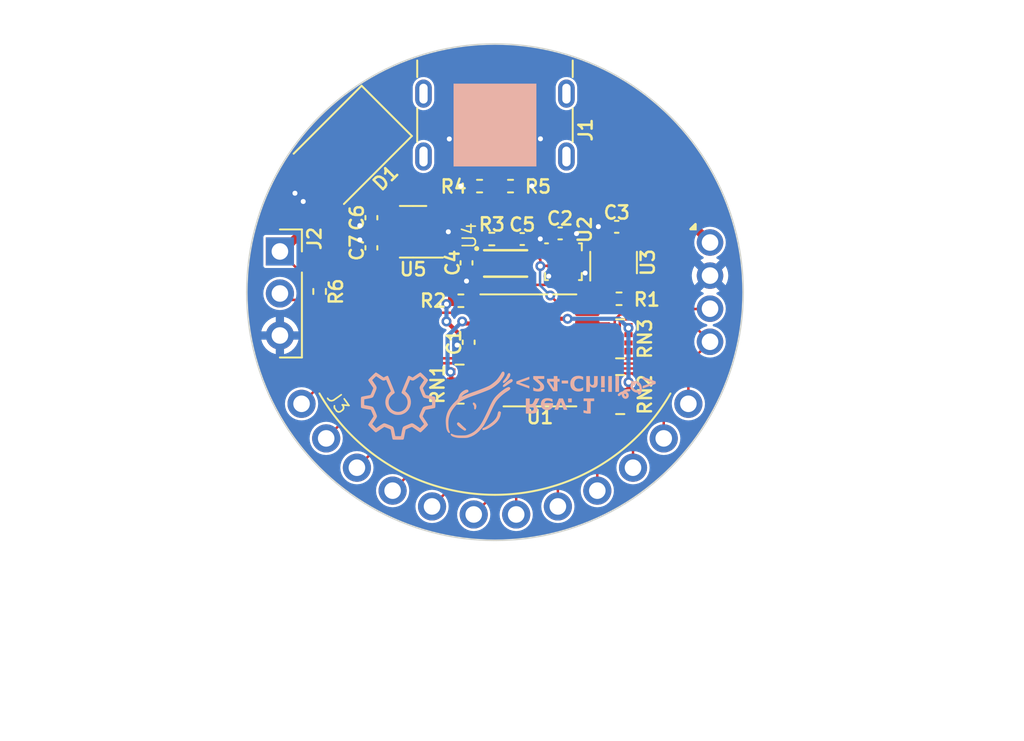
<source format=kicad_pcb>
(kicad_pcb (version 20221018) (generator pcbnew)
  (layers (0 "F.Cu" signal) (31 "B.Cu" signal) (34 "B.Paste" user) (35 "F.Paste" user) (36 "B.SilkS" user "B.Silkscreen") (37 "F.SilkS" user "F.Silkscreen") (38 "B.Mask" user) (39 "F.Mask" user) (44 "Edge.Cuts" user))
  (net 0 "")
  (net 1 "+3V3")
  (net 2 "GND")
  (net 3 "Net-(U4-DVI)")
  (net 4 "Net-(U5-BP)")
  (net 5 "+5V")
  (net 6 "Net-(J1-CC1)")
  (net 7 "Net-(J1-CC2)")
  (net 9 "/LED_OUT")
  (net 10 "/TOUCH_0")
  (net 11 "/TOUCH_1")
  (net 12 "/TOUCH_2")
  (net 13 "/TOUCH_3")
  (net 14 "/TOUCH_4")
  (net 15 "/TOUCH_5")
  (net 16 "/TOUCH_6")
  (net 17 "/TOUCH_7")
  (net 18 "/TOUCH_8")
  (net 19 "/TOUCH_9")
  (net 20 "/TOUCH_10")
  (net 21 "/SWCLK")
  (net 22 "/SWDIO")
  (net 23 "/SCL")
  (net 24 "/SDA")
  (net 25 "/TOUCH_OUT")
  (footprint "Capacitor_SMD:C_0402_1005Metric" (layer "F.Cu") (at 78.28 43.23 -90)
    (fp_text reference "C4" (at 0 0.84 90) (layer "F.SilkS") (effects (font (size 0.8 0.8))))
    (fp_text value "100n")
    (pad "1" smd roundrect (at -0.48 0 270) (size 0.56 0.62) (layers "F.Cu" "F.Paste" "F.Mask") (net 1 "+3V3"))
    (pad "2" smd roundrect (at 0.48 0 270) (size 0.56 0.62) (layers "F.Cu" "F.Paste" "F.Mask") (net 2 "GND"))
  )
  (footprint "Package_SO:TSSOP-20_4.4x6.5mm_P0.65mm" (layer "F.Cu") (at 82.72 48.52)
    (fp_text reference "U1" (at 0 4.04) (layer "F.SilkS") (effects (font (size 0.8 0.8))))
    (fp_text value "STM32G030F6Px")
    (pad "1" smd roundrect (at -2.8625 -2.925) (size 1.475 0.4) (layers "F.Cu" "F.Paste" "F.Mask") (net 24 "/SDA"))
    (pad "2" smd roundrect (at -2.8625 -2.275) (size 1.475 0.4) (layers "F.Cu" "F.Paste" "F.Mask") (net 9 "/LED_OUT"))
    (pad "3" smd roundrect (at -2.8625 -1.625) (size 1.475 0.4) (layers "F.Cu" "F.Paste" "F.Mask") (net 25 "/TOUCH_OUT"))
    (pad "4" smd roundrect (at -2.8625 -0.975) (size 1.475 0.4) (layers "F.Cu" "F.Paste" "F.Mask") (net 1 "+3V3"))
    (pad "5" smd roundrect (at -2.8625 -0.325) (size 1.475 0.4) (layers "F.Cu" "F.Paste" "F.Mask") (net 2 "GND"))
    (pad "6" smd roundrect (at -2.8625 0.325) (size 1.475 0.4) (layers "F.Cu" "F.Paste" "F.Mask"))
    (pad "7" smd roundrect (at -2.8625 0.975) (size 1.475 0.4) (layers "F.Cu" "F.Paste" "F.Mask") (net 10 "/TOUCH_0"))
    (pad "8" smd roundrect (at -2.8625 1.625) (size 1.475 0.4) (layers "F.Cu" "F.Paste" "F.Mask") (net 11 "/TOUCH_1"))
    (pad "9" smd roundrect (at -2.8625 2.275) (size 1.475 0.4) (layers "F.Cu" "F.Paste" "F.Mask") (net 12 "/TOUCH_2"))
    (pad "10" smd roundrect (at -2.8625 2.925) (size 1.475 0.4) (layers "F.Cu" "F.Paste" "F.Mask") (net 13 "/TOUCH_3"))
    (pad "11" smd roundrect (at 2.8625 2.925) (size 1.475 0.4) (layers "F.Cu" "F.Paste" "F.Mask") (net 14 "/TOUCH_4"))
    (pad "12" smd roundrect (at 2.8625 2.275) (size 1.475 0.4) (layers "F.Cu" "F.Paste" "F.Mask") (net 15 "/TOUCH_5"))
    (pad "13" smd roundrect (at 2.8625 1.625) (size 1.475 0.4) (layers "F.Cu" "F.Paste" "F.Mask") (net 16 "/TOUCH_6"))
    (pad "14" smd roundrect (at 2.8625 0.975) (size 1.475 0.4) (layers "F.Cu" "F.Paste" "F.Mask") (net 17 "/TOUCH_7"))
    (pad "15" smd roundrect (at 2.8625 0.325) (size 1.475 0.4) (layers "F.Cu" "F.Paste" "F.Mask") (net 18 "/TOUCH_8"))
    (pad "16" smd roundrect (at 2.8625 -0.325) (size 1.475 0.4) (layers "F.Cu" "F.Paste" "F.Mask") (net 19 "/TOUCH_9"))
    (pad "17" smd roundrect (at 2.8625 -0.975) (size 1.475 0.4) (layers "F.Cu" "F.Paste" "F.Mask") (net 20 "/TOUCH_10"))
    (pad "18" smd roundrect (at 2.8625 -1.625) (size 1.475 0.4) (layers "F.Cu" "F.Paste" "F.Mask") (net 22 "/SWDIO"))
    (pad "19" smd roundrect (at 2.8625 -2.275) (size 1.475 0.4) (layers "F.Cu" "F.Paste" "F.Mask") (net 21 "/SWCLK"))
    (pad "20" smd roundrect (at 2.8625 -2.925) (size 1.475 0.4) (layers "F.Cu" "F.Paste" "F.Mask") (net 23 "/SCL"))
  )
  (footprint "Resistor_SMD:R_0402_1005Metric" (layer "F.Cu") (at 77.94 45.52)
    (fp_text reference "R2" (at -1.68 0) (layer "F.SilkS") (effects (font (size 0.8 0.8))))
    (fp_text value "2.2k")
    (pad "1" smd roundrect (at -0.51 0) (size 0.54 0.64) (layers "F.Cu" "F.Paste" "F.Mask") (net 1 "+3V3"))
    (pad "2" smd roundrect (at 0.51 0) (size 0.54 0.64) (layers "F.Cu" "F.Paste" "F.Mask") (net 24 "/SDA"))
  )
  (footprint "Resistor_SMD:R_Array_Convex_4x0402" (layer "F.Cu") (at 87.57 51.19 180)
    (fp_text reference "RN2" (at -1.5 0 90) (layer "F.SilkS") (effects (font (size 0.8 0.8))))
    (fp_text value "1M")
    (pad "1" smd rect (at -0.5 -0.75 180) (size 0.5 0.4) (layers "F.Cu" "F.Paste" "F.Mask") (net 25 "/TOUCH_OUT"))
    (pad "2" smd rect (at -0.5 -0.25 180) (size 0.5 0.3) (layers "F.Cu" "F.Paste" "F.Mask") (net 25 "/TOUCH_OUT"))
    (pad "3" smd rect (at -0.5 0.25 180) (size 0.5 0.3) (layers "F.Cu" "F.Paste" "F.Mask") (net 25 "/TOUCH_OUT"))
    (pad "4" smd rect (at -0.5 0.75 180) (size 0.5 0.4) (layers "F.Cu" "F.Paste" "F.Mask") (net 25 "/TOUCH_OUT"))
    (pad "5" smd rect (at 0.5 0.75 180) (size 0.5 0.4) (layers "F.Cu" "F.Paste" "F.Mask") (net 17 "/TOUCH_7"))
    (pad "6" smd rect (at 0.5 0.25 180) (size 0.5 0.3) (layers "F.Cu" "F.Paste" "F.Mask") (net 16 "/TOUCH_6"))
    (pad "7" smd rect (at 0.5 -0.25 180) (size 0.5 0.3) (layers "F.Cu" "F.Paste" "F.Mask") (net 15 "/TOUCH_5"))
    (pad "8" smd rect (at 0.5 -0.75 180) (size 0.5 0.4) (layers "F.Cu" "F.Paste" "F.Mask") (net 14 "/TOUCH_4"))
  )
  (footprint "Capacitor_SMD:C_0402_1005Metric" (layer "F.Cu") (at 81.65 41.79)
    (fp_text reference "C5" (at 0 -0.87) (layer "F.SilkS") (effects (font (size 0.8 0.8))))
    (fp_text value "1u")
    (pad "1" smd roundrect (at -0.48 0) (size 0.56 0.62) (layers "F.Cu" "F.Paste" "F.Mask") (net 3 "Net-(U4-DVI)"))
    (pad "2" smd roundrect (at 0.48 0) (size 0.56 0.62) (layers "F.Cu" "F.Paste" "F.Mask") (net 2 "GND"))
  )
  (footprint "Resistor_SMD:R_Array_Convex_4x0402" (layer "F.Cu") (at 77.86 50.56)
    (fp_text reference "RN1" (at -1.33 0 90) (layer "F.SilkS") (effects (font (size 0.8 0.8))))
    (fp_text value "1M")
    (pad "1" smd rect (at -0.5 -0.75) (size 0.5 0.4) (layers "F.Cu" "F.Paste" "F.Mask") (net 25 "/TOUCH_OUT"))
    (pad "2" smd rect (at -0.5 -0.25) (size 0.5 0.3) (layers "F.Cu" "F.Paste" "F.Mask") (net 25 "/TOUCH_OUT"))
    (pad "3" smd rect (at -0.5 0.25) (size 0.5 0.3) (layers "F.Cu" "F.Paste" "F.Mask") (net 25 "/TOUCH_OUT"))
    (pad "4" smd rect (at -0.5 0.75) (size 0.5 0.4) (layers "F.Cu" "F.Paste" "F.Mask") (net 25 "/TOUCH_OUT"))
    (pad "5" smd rect (at 0.5 0.75) (size 0.5 0.4) (layers "F.Cu" "F.Paste" "F.Mask") (net 13 "/TOUCH_3"))
    (pad "6" smd rect (at 0.5 0.25) (size 0.5 0.3) (layers "F.Cu" "F.Paste" "F.Mask") (net 12 "/TOUCH_2"))
    (pad "7" smd rect (at 0.5 -0.25) (size 0.5 0.3) (layers "F.Cu" "F.Paste" "F.Mask") (net 11 "/TOUCH_1"))
    (pad "8" smd rect (at 0.5 -0.75) (size 0.5 0.4) (layers "F.Cu" "F.Paste" "F.Mask") (net 10 "/TOUCH_0"))
  )
  (footprint "Capacitor_SMD:C_0402_1005Metric" (layer "F.Cu") (at 87.36 41.05 180)
    (fp_text reference "C3" (at 0 0.86) (layer "F.SilkS") (effects (font (size 0.8 0.8))))
    (fp_text value "100n")
    (pad "1" smd roundrect (at -0.48 0 180) (size 0.56 0.62) (layers "F.Cu" "F.Paste" "F.Mask") (net 1 "+3V3"))
    (pad "2" smd roundrect (at 0.48 0 180) (size 0.56 0.62) (layers "F.Cu" "F.Paste" "F.Mask") (net 2 "GND"))
  )
  (footprint "Resistor_SMD:R_0402_1005Metric" (layer "F.Cu") (at 79.07 38.59 180)
    (fp_text reference "R4" (at 1.57 -0.03) (layer "F.SilkS") (effects (font (size 0.8 0.8))))
    (fp_text value "5.1k")
    (pad "1" smd roundrect (at -0.51 0 180) (size 0.54 0.64) (layers "F.Cu" "F.Paste" "F.Mask") (net 7 "Net-(J1-CC2)"))
    (pad "2" smd roundrect (at 0.51 0 180) (size 0.54 0.64) (layers "F.Cu" "F.Paste" "F.Mask") (net 2 "GND"))
  )
  (footprint "Package_TO_SOT_SMD:SOT-23-5" (layer "F.Cu") (at 75.05 41.35 180)
    (fp_text reference "U5" (at 0 -2.27) (layer "F.SilkS") (effects (font (size 0.8 0.8))))
    (fp_text value "SPX3819M5-L-3-3")
    (pad "1" smd roundrect (at -1.1375 -0.95 180) (size 1.325 0.6) (layers "F.Cu" "F.Paste" "F.Mask") (net 5 "+5V"))
    (pad "2" smd roundrect (at -1.1375 0 180) (size 1.325 0.6) (layers "F.Cu" "F.Paste" "F.Mask") (net 2 "GND"))
    (pad "3" smd roundrect (at -1.1375 0.95 180) (size 1.325 0.6) (layers "F.Cu" "F.Paste" "F.Mask") (net 5 "+5V"))
    (pad "4" smd roundrect (at 1.1375 0.95 180) (size 1.325 0.6) (layers "F.Cu" "F.Paste" "F.Mask") (net 4 "Net-(U5-BP)"))
    (pad "5" smd roundrect (at 1.1375 -0.95 180) (size 1.325 0.6) (layers "F.Cu" "F.Paste" "F.Mask") (net 1 "+3V3"))
  )
  (footprint "Sensor_Humidity:Sensirion_DFN-8-1EP_2.5x2.5mm_P0.5mm_EP1.1x1.7mm" (layer "F.Cu") (at 87.17 43.21 90)
    (fp_text reference "U3" (at 0 2.07 90) (layer "F.SilkS") (effects (font (size 0.8 0.8))))
    (fp_text value "SHT30-DIS")
    (pad "1" smd rect (at -1.175 -0.75 90) (size 0.55 0.25) (layers "F.Cu" "F.Paste" "F.Mask") (net 24 "/SDA"))
    (pad "2" smd rect (at -1.175 -0.25 90) (size 0.55 0.25) (layers "F.Cu" "F.Paste" "F.Mask") (net 2 "GND"))
    (pad "3" smd rect (at -1.175 0.25 90) (size 0.55 0.25) (layers "F.Cu" "F.Paste" "F.Mask"))
    (pad "4" smd rect (at -1.175 0.75 270) (size 0.55 0.25) (layers "F.Cu" "F.Paste" "F.Mask") (net 23 "/SCL"))
    (pad "5" smd rect (at 1.175 0.75 90) (size 0.55 0.25) (layers "F.Cu" "F.Paste" "F.Mask") (net 1 "+3V3"))
    (pad "6" smd rect (at 1.175 0.25 90) (size 0.55 0.25) (layers "F.Cu" "F.Paste" "F.Mask"))
    (pad "7" smd rect (at 1.175 -0.25 90) (size 0.55 0.25) (layers "F.Cu" "F.Paste" "F.Mask") (net 2 "GND"))
    (pad "8" smd rect (at 1.175 -0.75 90) (size 0.55 0.25) (layers "F.Cu" "F.Paste" "F.Mask") (net 2 "GND"))
    (pad "9" smd custom (at 0 0 90) (size 1 1) (layers "F.Cu" "F.Mask") (net 2 "GND") (options (clearance outline) (anchor circle)) (primitives (gr_poly (pts (xy 0.5 0.85) (xy -0.5 0.85) (xy -0.5 -0.55) (xy -0.2 -0.85) (xy 0.5 -0.85)) (width 0) (fill yes))))
  )
  (footprint "Mushroom_footprints:Arc_Pins_12" (layer "F.Cu") (at 80 45 180)
    (fp_text reference "J3" (at 9.49 -6.67 305.45 unlocked) (layer "F.SilkS") (effects (font (size 0.8 0.8) (thickness 0.1))))
    (fp_text value "Conn_01x12")
    (pad "1" thru_hole circle (at 11.691343 -6.75 180) (size 1.7 1.7) (drill 1) (layers "*.Cu" "*.Mask") (net 10 "/TOUCH_0"))
    (pad "2" thru_hole circle (at 10.202619 -8.84062 180) (size 1.7 1.7) (drill 1) (layers "*.Cu" "*.Mask") (net 11 "/TOUCH_1"))
    (pad "3" thru_hole circle (at 8.345146 -10.611717 180) (size 1.7 1.7) (drill 1) (layers "*.Cu" "*.Mask") (net 12 "/TOUCH_2"))
    (pad "4" thru_hole circle (at 6.186058 -11.999279 180) (size 1.7 1.7) (drill 1) (layers "*.Cu" "*.Mask") (net 13 "/TOUCH_3"))
    (pad "5" thru_hole circle (at 3.80339 -12.953155 180) (size 1.7 1.7) (drill 1) (layers "*.Cu" "*.Mask") (net 14 "/TOUCH_4"))
    (pad "6" thru_hole circle (at 1.283257 -13.438871 180) (size 1.7 1.7) (drill 1) (layers "*.Cu" "*.Mask") (net 15 "/TOUCH_5"))
    (pad "7" thru_hole circle (at -1.283257 -13.438871 180) (size 1.7 1.7) (drill 1) (layers "*.Cu" "*.Mask") (net 16 "/TOUCH_6"))
    (pad "8" thru_hole circle (at -3.80339 -12.953155 180) (size 1.7 1.7) (drill 1) (layers "*.Cu" "*.Mask") (net 17 "/TOUCH_7"))
    (pad "9" thru_hole circle (at -6.186058 -11.999279 180) (size 1.7 1.7) (drill 1) (layers "*.Cu" "*.Mask") (net 18 "/TOUCH_8"))
    (pad "10" thru_hole circle (at -8.345146 -10.611717 180) (size 1.7 1.7) (drill 1) (layers "*.Cu" "*.Mask") (net 19 "/TOUCH_9"))
    (pad "11" thru_hole circle (at -10.202619 -8.84062 180) (size 1.7 1.7) (drill 1) (layers "*.Cu" "*.Mask") (net 20 "/TOUCH_10"))
    (pad "12" thru_hole circle (at -11.691343 -6.75 180) (size 1.7 1.7) (drill 1) (layers "*.Cu" "*.Mask") (net 22 "/SWDIO"))
  )
  (footprint "BH1750FVI-TR:WSOF6" (layer "F.Cu") (at 80.645 43.265)
    (fp_text reference "U4" (at -2.195 -1.685 90) (layer "F.SilkS") (effects (font (size 0.8 0.8) (thickness 0.1))))
    (fp_text value "BH1750FVI-TR" hide)
    (pad "1" smd rect (at -1.375 -0.5 90) (size 0.25 0.55) (layers "F.Cu" "F.Paste" "F.Mask") (net 1 "+3V3"))
    (pad "2" smd rect (at -1.375 0 90) (size 0.25 0.55) (layers "F.Cu" "F.Paste" "F.Mask") (net 2 "GND"))
    (pad "3" smd rect (at -1.375 0.5 90) (size 0.25 0.55) (layers "F.Cu" "F.Paste" "F.Mask") (net 2 "GND"))
    (pad "4" smd rect (at 1.375 0.5 90) (size 0.25 0.55) (layers "F.Cu" "F.Paste" "F.Mask") (net 24 "/SDA"))
    (pad "5" smd rect (at 1.375 0 90) (size 0.25 0.55) (layers "F.Cu" "F.Paste" "F.Mask") (net 3 "Net-(U4-DVI)"))
    (pad "6" smd rect (at 1.375 -0.5 90) (size 0.25 0.55) (layers "F.Cu" "F.Paste" "F.Mask") (net 23 "/SCL"))
  )
  (footprint "Mushroom_footprints:TestPoints_1x04_P2.0" (layer "F.Cu") (at 93 45 -90)
    (fp_text reference "J4" hide)
    (fp_text value "Conn_01x04")
    (pad "1" thru_hole circle (at -3 0 270) (size 1.6 1.6) (drill 1) (layers "*.Cu" "*.Mask") (net 5 "+5V"))
    (pad "2" thru_hole circle (at -1 0 270) (size 1.6 1.6) (drill 1) (layers "*.Cu" "*.Mask") (net 2 "GND"))
    (pad "3" thru_hole circle (at 1 0 270) (size 1.6 1.6) (drill 1) (layers "*.Cu" "*.Mask") (net 21 "/SWCLK"))
    (pad "4" thru_hole circle (at 3 0 270) (size 1.6 1.6) (drill 1) (layers "*.Cu" "*.Mask") (net 22 "/SWDIO"))
  )
  (footprint "Capacitor_SMD:C_0402_1005Metric" (layer "F.Cu") (at 83.94 41.45)
    (fp_text reference "C2" (at -0.01 -0.9) (layer "F.SilkS") (effects (font (size 0.8 0.8))))
    (fp_text value "100n")
    (pad "1" smd roundrect (at -0.48 0) (size 0.56 0.62) (layers "F.Cu" "F.Paste" "F.Mask") (net 1 "+3V3"))
    (pad "2" smd roundrect (at 0.48 0) (size 0.56 0.62) (layers "F.Cu" "F.Paste" "F.Mask") (net 2 "GND"))
  )
  (footprint "Resistor_SMD:R_0402_1005Metric" (layer "F.Cu") (at 87.5 45.4 180)
    (fp_text reference "R1" (at -1.68 -0.05) (layer "F.SilkS") (effects (font (size 0.8 0.8))))
    (fp_text value "2.2k")
    (pad "1" smd roundrect (at -0.51 0 180) (size 0.54 0.64) (layers "F.Cu" "F.Paste" "F.Mask") (net 1 "+3V3"))
    (pad "2" smd roundrect (at 0.51 0 180) (size 0.54 0.64) (layers "F.Cu" "F.Paste" "F.Mask") (net 23 "/SCL"))
  )
  (footprint "Capacitor_SMD:C_0402_1005Metric" (layer "F.Cu") (at 72.53 42.32 90)
    (fp_text reference "C7" (at 0 -0.88 90) (layer "F.SilkS") (effects (font (size 0.8 0.8))))
    (fp_text value "4.7u")
    (pad "1" smd roundrect (at -0.48 0 90) (size 0.56 0.62) (layers "F.Cu" "F.Paste" "F.Mask") (net 1 "+3V3"))
    (pad "2" smd roundrect (at 0.48 0 90) (size 0.56 0.62) (layers "F.Cu" "F.Paste" "F.Mask") (net 2 "GND"))
  )
  (footprint "Resistor_SMD:R_0402_1005Metric" (layer "F.Cu") (at 80.94 38.59)
    (fp_text reference "R5" (at 1.66 0.03) (layer "F.SilkS") (effects (font (size 0.8 0.8))))
    (fp_text value "5.1k")
    (pad "1" smd roundrect (at -0.51 0) (size 0.54 0.64) (layers "F.Cu" "F.Paste" "F.Mask") (net 6 "Net-(J1-CC1)"))
    (pad "2" smd roundrect (at 0.51 0) (size 0.54 0.64) (layers "F.Cu" "F.Paste" "F.Mask") (net 2 "GND"))
  )
  (footprint "Capacitor_SMD:C_0402_1005Metric" (layer "F.Cu") (at 78.41 48.03 -90)
    (fp_text reference "C1" (at 0 0.88 90) (layer "F.SilkS") (effects (font (size 0.8 0.8))))
    (fp_text value "100n")
    (pad "1" smd roundrect (at -0.48 0 270) (size 0.56 0.62) (layers "F.Cu" "F.Paste" "F.Mask") (net 1 "+3V3"))
    (pad "2" smd roundrect (at 0.48 0 270) (size 0.56 0.62) (layers "F.Cu" "F.Paste" "F.Mask") (net 2 "GND"))
  )
  (footprint "Resistor_SMD:R_0402_1005Metric" (layer "F.Cu") (at 69.4 44.96 -90)
    (fp_text reference "R6" (at 0.01 -0.99 90) (layer "F.SilkS") (effects (font (size 0.8 0.8))))
    (fp_text value "1.5k")
    (pad "1" smd roundrect (at -0.51 0 270) (size 0.54 0.64) (layers "F.Cu" "F.Paste" "F.Mask") (net 5 "+5V"))
    (pad "2" smd roundrect (at 0.51 0 270) (size 0.54 0.64) (layers "F.Cu" "F.Paste" "F.Mask") (net 9 "/LED_OUT"))
  )
  (footprint "Mushroom_footprints:USB_C_Receptacle" (layer "F.Cu") (at 80 34 180)
    (fp_text reference "J1" (at -5.48 -1.19 90) (layer "F.SilkS") (effects (font (size 0.8 0.8))))
    (fp_text value "USB_C_Receptacle_PowerOnly_6P")
    (pad "A5" smd rect (at -0.5 -2.9 180) (size 0.7 1.6) (layers "F.Cu" "F.Paste" "F.Mask") (net 6 "Net-(J1-CC1)"))
    (pad "A9" smd rect (at 1.57 -2.9 180) (size 0.8 1.6) (layers "F.Cu" "F.Paste" "F.Mask") (net 5 "+5V"))
    (pad "A12" smd rect (at 2.75 -2.9 180) (size 0.9 1.6) (layers "F.Cu" "F.Paste" "F.Mask") (net 2 "GND"))
    (pad "B5" smd rect (at 0.5 -2.9 180) (size 0.7 1.6) (layers "F.Cu" "F.Paste" "F.Mask") (net 7 "Net-(J1-CC2)"))
    (pad "B9" smd rect (at -1.57 -2.9 180) (size 0.8 1.6) (layers "F.Cu" "F.Paste" "F.Mask") (net 5 "+5V"))
    (pad "B12" smd rect (at -2.75 -2.9 180) (size 0.9 1.6) (layers "F.Cu" "F.Paste" "F.Mask") (net 2 "GND"))
    (pad "S1" thru_hole oval (at -4.32 -2.8 180) (size 1 1.7) (drill oval 0.5 1.2) (layers "*.Cu" "*.Mask"))
    (pad "S2" thru_hole oval (at 4.32 -2.8 180) (size 1 1.7) (drill oval 0.5 1.2) (layers "*.Cu" "*.Mask"))
    (pad "S3" thru_hole oval (at 4.32 1 180) (size 1 1.7) (drill oval 0.5 1.2) (layers "*.Cu" "*.Mask"))
    (pad "S4" thru_hole oval (at -4.32 1 180) (size 1 1.7) (drill oval 0.5 1.2) (layers "*.Cu" "*.Mask"))
  )
  (footprint "Resistor_SMD:R_0402_1005Metric" (layer "F.Cu") (at 79.81 41.79)
    (fp_text reference "R3" (at 0 -0.88) (layer "F.SilkS") (effects (font (size 0.8 0.8))))
    (fp_text value "1k")
    (pad "1" smd roundrect (at -0.51 0) (size 0.54 0.64) (layers "F.Cu" "F.Paste" "F.Mask") (net 1 "+3V3"))
    (pad "2" smd roundrect (at 0.51 0) (size 0.54 0.64) (layers "F.Cu" "F.Paste" "F.Mask") (net 3 "Net-(U4-DVI)"))
  )
  (footprint "Package_LGA:ST_HLGA-10_2x2mm_P0.5mm_LayoutBorder3x2y" (layer "F.Cu") (at 84.14 43.16)
    (fp_text reference "U2" (at 1.29 -1.94 90) (layer "F.SilkS") (effects (font (size 0.8 0.8))))
    (fp_text value "LPS22HH")
    (pad "1" smd roundrect (at -0.7625 -0.25) (size 0.425 0.35) (layers "F.Cu" "F.Paste" "F.Mask") (net 1 "+3V3"))
    (pad "2" smd roundrect (at -0.7625 0.25) (size 0.425 0.35) (layers "F.Cu" "F.Paste" "F.Mask") (net 23 "/SCL"))
    (pad "3" smd roundrect (at -0.5 0.7625) (size 0.35 0.425) (layers "F.Cu" "F.Paste" "F.Mask") (net 2 "GND"))
    (pad "4" smd roundrect (at 0 0.7625) (size 0.35 0.425) (layers "F.Cu" "F.Paste" "F.Mask") (net 24 "/SDA"))
    (pad "5" smd roundrect (at 0.5 0.7625) (size 0.35 0.425) (layers "F.Cu" "F.Paste" "F.Mask") (net 2 "GND"))
    (pad "6" smd roundrect (at 0.7625 0.25) (size 0.425 0.35) (layers "F.Cu" "F.Paste" "F.Mask") (net 1 "+3V3"))
    (pad "7" smd roundrect (at 0.7625 -0.25) (size 0.425 0.35) (layers "F.Cu" "F.Paste" "F.Mask"))
    (pad "8" smd roundrect (at 0.5 -0.7625) (size 0.35 0.425) (layers "F.Cu" "F.Paste" "F.Mask") (net 2 "GND"))
    (pad "9" smd roundrect (at 0 -0.7625) (size 0.35 0.425) (layers "F.Cu" "F.Paste" "F.Mask") (net 2 "GND"))
    (pad "10" smd roundrect (at -0.5 -0.7625) (size 0.35 0.425) (layers "F.Cu" "F.Paste" "F.Mask") (net 1 "+3V3"))
  )
  (footprint "Diode_SMD:D_SMB" (layer "F.Cu") (at 70.87 36.63 -135)
    (fp_text reference "D1" (at -0.742462 -2.821356 45) (layer "F.SilkS") (effects (font (size 0.8 0.8))))
    (fp_text value "SMBJ5.0A")
    (pad "1" smd roundrect (at -2.15 0 225) (size 2.5 2.3) (layers "F.Cu" "F.Paste" "F.Mask") (roundrect_rratio 0.1086956522) (net 5 "+5V"))
    (pad "2" smd roundrect (at 2.15 0 225) (size 2.5 2.3) (layers "F.Cu" "F.Paste" "F.Mask") (roundrect_rratio 0.1086956522) (net 2 "GND"))
  )
  (footprint "Capacitor_SMD:C_0402_1005Metric" (layer "F.Cu") (at 72.53 40.5 -90)
    (fp_text reference "C6" (at 0 0.88 90) (layer "F.SilkS") (effects (font (size 0.8 0.8))))
    (fp_text value "10n")
    (pad "1" smd roundrect (at -0.48 0 270) (size 0.56 0.62) (layers "F.Cu" "F.Paste" "F.Mask") (net 4 "Net-(U5-BP)"))
    (pad "2" smd roundrect (at 0.48 0 270) (size 0.56 0.62) (layers "F.Cu" "F.Paste" "F.Mask") (net 2 "GND"))
  )
  (footprint "Connector_PinHeader_2.54mm:PinHeader_1x03_P2.54mm_Vertical" (layer "F.Cu") (at 67 42.54)
    (fp_text reference "J2" (at 2.09 -0.78 90) (layer "F.SilkS") (effects (font (size 0.8 0.8))))
    (fp_text value "Conn_01x03")
    (pad "1" thru_hole rect (at 0 0) (size 1.7 1.7) (drill 1) (layers "*.Cu" "*.Mask") (net 5 "+5V"))
    (pad "2" thru_hole oval (at 0 2.54) (size 1.7 1.7) (drill 1) (layers "*.Cu" "*.Mask") (net 9 "/LED_OUT"))
    (pad "3" thru_hole oval (at 0 5.08) (size 1.7 1.7) (drill 1) (layers "*.Cu" "*.Mask") (net 2 "GND"))
  )
  (footprint "Resistor_SMD:R_Array_Convex_4x0402" (layer "F.Cu") (at 87.57 47.82 180)
    (fp_text reference "RN3" (at -1.5 0 90) (layer "F.SilkS") (effects (font (size 0.8 0.8))))
    (fp_text value "1M")
    (pad "1" smd rect (at -0.5 -0.75 180) (size 0.5 0.4) (layers "F.Cu" "F.Paste" "F.Mask") (net 25 "/TOUCH_OUT"))
    (pad "2" smd rect (at -0.5 -0.25 180) (size 0.5 0.3) (layers "F.Cu" "F.Paste" "F.Mask") (net 25 "/TOUCH_OUT"))
    (pad "3" smd rect (at -0.5 0.25 180) (size 0.5 0.3) (layers "F.Cu" "F.Paste" "F.Mask") (net 25 "/TOUCH_OUT"))
    (pad "4" smd rect (at -0.5 0.75 180) (size 0.5 0.4) (layers "F.Cu" "F.Paste" "F.Mask") (net 25 "/TOUCH_OUT"))
    (pad "5" smd rect (at 0.5 0.75 180) (size 0.5 0.4) (layers "F.Cu" "F.Paste" "F.Mask") (net 22 "/SWDIO"))
    (pad "6" smd rect (at 0.5 0.25 180) (size 0.5 0.3) (layers "F.Cu" "F.Paste" "F.Mask") (net 20 "/TOUCH_10"))
    (pad "7" smd rect (at 0.5 -0.25 180) (size 0.5 0.3) (layers "F.Cu" "F.Paste" "F.Mask") (net 19 "/TOUCH_9"))
    (pad "8" smd rect (at 0.5 -0.75 180) (size 0.5 0.4) (layers "F.Cu" "F.Paste" "F.Mask") (net 18 "/TOUCH_8"))
  )
  (footprint "LOGO" (layer "B.Cu") (at 74.146473 51.890316)
    (fp_text reference "G***" hide)
    (fp_text value "LOGO" hide)
  )
  (footprint "LOGO" (layer "B.Cu") (at 79.106473 51.730316)
    (fp_text reference "G***" hide)
    (fp_text value "LOGO" hide)
  )
  (gr_arc (start 88.724058 50.561679) (mid 88.81263 50.821076) (end 88.761132 51.090299) (stroke (width 0.15)) (layer "B.SilkS"))
  (gr_arc (start 88.274014 50.739856) (mid 88.401339 50.468889) (end 88.694058 50.531679) (stroke (width 0.15)) (layer "B.SilkS"))
  (gr_arc (start 87.882907 51.070778) (mid 87.987603 51.152714) (end 88.010425 51.283682) (stroke (width 0.15)) (layer "B.SilkS"))
  (gr_arc (start 87.860426 50.980778) (mid 87.981831 50.938196) (end 88.109832 50.92524) (stroke (width 0.15)) (layer "B.SilkS"))
  (gr_arc (start 88.225055 50.419684) (mid 88.32563 50.488444) (end 88.404058 50.581679) (stroke (width 0.15)) (layer "B.SilkS"))
  (gr_arc (start 88.574772 50.998849) (mid 88.377918 50.913522) (end 88.264058 50.731679) (stroke (width 0.15)) (layer "B.SilkS"))
  (gr_rect (start 77.5 32.4) (end 82.5 37.4) (stroke (width 0.01)) (fill solid) (layer "B.SilkS"))
  (gr_arc (start 87.498681 51.208848) (mid 87.662025 51.093894) (end 87.860426 51.070778) (stroke (width 0.15)) (layer "B.SilkS"))
  (gr_arc (start 88.604058 51.001679) (mid 88.684679 51.035088) (end 88.718075 51.115696) (stroke (width 0.15)) (layer "B.SilkS"))
  (gr_arc (start 87.780426 51.310778) (mid 87.742706 51.137364) (end 87.844058 50.991679) (stroke (width 0.15)) (layer "B.SilkS"))
  (gr_arc (start 88.000425 51.290778) (mid 87.905991 51.373618) (end 87.792657 51.319439) (stroke (width 0.15)) (layer "B.SilkS"))
  (gr_poly (pts (xy 91.82 41.19) (xy 92.12 41.19) (xy 92.12 40.89)) (stroke (width 0.15)) (fill solid) (layer "F.SilkS"))
  (gr_circle (center 80 45) (end 95 45) (stroke (width 0.1)) (fill none) (layer "Edge.Cuts"))
  (gr_text "<24-Chill" (at 87.605055 49.919684 180) (layer "B.SilkS") (effects (font (size 0.9 0.9) (thickness 0.18) bold) (justify right bottom mirror)))
  (gr_text "Rev. 1" (at 81.750764 51.27 180) (layer "B.SilkS") (effects (font (size 0.9 0.9) (thickness 0.18) bold) (justify left bottom mirror)))
  (gr_text ">" (at 88.795055 49.919684 180) (layer "B.SilkS") (effects (font (size 0.9 0.9) (thickness 0.18) bold) (justify left bottom mirror)))
  (segment (start 87.92 42.035) (end 87.92 41.13) (width 0.25) (layer "F.Cu") (net 1))
  (segment (start 83.46 42.12) (end 83.46 42.77) (width 0.25) (layer "F.Cu") (net 1))
  (segment (start 77.43 43.6) (end 78.28 42.75) (width 0.25) (layer "F.Cu") (net 1))
  (segment (start 79.8525 47.55) (end 79.8575 47.545) (width 0.25) (layer "F.Cu") (net 1))
  (segment (start 83.46 42.77) (end 83.37 42.86) (width 0.25) (layer "F.Cu") (net 1))
  (segment (start 77.85 47.55) (end 77.07 46.77) (width 0.25) (layer "F.Cu") (net 1))
  (segment (start 78.29 42.76) (end 79.265 42.76) (width 0.25) (layer "F.Cu") (net 1))
  (segment (start 73.9125 42.3) (end 73.03 42.3) (width 0.25) (layer "F.Cu") (net 1))
  (segment (start 78.28 42.75) (end 78.29 42.76) (width 0.25) (layer "F.Cu") (net 1))
  (segment (start 88.34 41.05) (end 88.66 41.37) (width 0.25) (layer "F.Cu") (net 1))
  (segment (start 87.84 41.05) (end 88.34 41.05) (width 0.25) (layer "F.Cu") (net 1))
  (segment (start 79.24 41.79) (end 78.28 42.75) (width 0.25) (layer "F.Cu") (net 1))
  (segment (start 87.255 40.465) (end 87.84 41.05) (width 0.25) (layer "F.Cu") (net 1))
  (segment (start 75.52125 43.6) (end 77.43 43.6) (width 0.25) (layer "F.Cu") (net 1))
  (segment (start 84.445 40.465) (end 87.255 40.465) (width 0.25) (layer "F.Cu") (net 1))
  (segment (start 83.64 42.3975) (end 83.64 42.3) (width 0.25) (layer "F.Cu") (net 1))
  (segment (start 83.46 41.45) (end 83.46 42.12) (width 0.25) (layer "F.Cu") (net 1))
  (segment (start 83.205 41.195) (end 83.46 41.45) (width 0.25) (layer "F.Cu") (net 1))
  (segment (start 77.43 45.52) (end 77.27 45.52) (width 0.25) (layer "F.Cu") (net 1))
  (segment (start 83.995634 42.91) (end 84.495634 43.41) (width 0.15) (layer "F.Cu") (net 1))
  (segment (start 83.64 42.3) (end 83.46 42.12) (width 0.25) (layer "F.Cu") (net 1))
  (segment (start 77.43 45.52) (end 77.43 43.6) (width 0.25) (layer "F.Cu") (net 1))
  (segment (start 84.495634 43.41) (end 84.9025 43.41) (width 0.15) (layer "F.Cu") (net 1))
  (segment (start 83.3775 42.91) (end 83.995634 42.91) (width 0.15) (layer "F.Cu") (net 1))
  (segment (start 78.41 47.55) (end 79.8525 47.55) (width 0.25) (layer "F.Cu") (net 1))
  (segment (start 83.46 41.45) (end 84.445 40.465) (width 0.25) (layer "F.Cu") (net 1))
  (segment (start 88.66 41.37) (end 88.66 44.75) (width 0.25) (layer "F.Cu") (net 1))
  (segment (start 79.265 42.76) (end 79.27 42.765) (width 0.25) (layer "F.Cu") (net 1))
  (segment (start 88.66 44.75) (end 88.01 45.4) (width 0.25) (layer "F.Cu") (net 1))
  (segment (start 73.9125 42.3) (end 74.22125 42.3) (width 0.25) (layer "F.Cu") (net 1))
  (segment (start 79.895 41.195) (end 83.205 41.195) (width 0.25) (layer "F.Cu") (net 1))
  (segment (start 77.27 45.52) (end 77.07 45.72) (width 0.25) (layer "F.Cu") (net 1))
  (segment (start 87.92 41.13) (end 87.84 41.05) (width 0.25) (layer "F.Cu") (net 1))
  (segment (start 78.41 47.55) (end 77.85 47.55) (width 0.25) (layer "F.Cu") (net 1))
  (segment (start 73.03 42.3) (end 72.53 42.8) (width 0.25) (layer "F.Cu") (net 1))
  (segment (start 74.22125 42.3) (end 75.52125 43.6) (width 0.25) (layer "F.Cu") (net 1))
  (segment (start 79.3 41.79) (end 79.895 41.195) (width 0.25) (layer "F.Cu") (net 1))
  (segment (start 79.3 41.79) (end 79.24 41.79) (width 0.25) (layer "F.Cu") (net 1))
  (via (at 77.07 45.72) (size 0.6) (drill 0.3) (layers "F.Cu" "B.Cu") (net 1))
  (via (at 77.07 46.77) (size 0.6) (drill 0.3) (layers "F.Cu" "B.Cu") (net 1))
  (segment (start 77.07 46.77) (end 77.07 45.72) (width 0.25) (layer "B.Cu") (net 1))
  (segment (start 78.725 43.265) (end 78.28 43.71) (width 0.25) (layer "F.Cu") (net 2))
  (segment (start 72.53 41.84) (end 71.83 41.84) (width 0.25) (layer "F.Cu") (net 2))
  (segment (start 77.25 36.9) (end 77.25 35.75) (width 0.5) (layer "F.Cu") (net 2))
  (segment (start 83.64 43.9225) (end 83.3625 43.9225) (width 0.3) (layer "F.Cu") (net 2))
  (segment (start 77.25 35.75) (end 77.24 35.74) (width 0.5) (layer "F.Cu") (net 2))
  (segment (start 77.935 38.59) (end 77.93 38.585) (width 0.25) (layer "F.Cu") (net 2))
  (segment (start 78.725 48.195) (end 79.8575 48.195) (width 0.25) (layer "F.Cu") (net 2))
  (segment (start 83.3625 43.9225) (end 83.25 44.035) (width 0.3) (layer "F.Cu") (net 2))
  (segment (start 69.34972 38.15028) (end 69.34972 38.58028) (width 1) (layer "F.Cu") (net 2))
  (segment (start 82.225 38.59) (end 82.23 38.585) (width 0.25) (layer "F.Cu") (net 2))
  (segment (start 86.92 44.385) (end 86.92 43.46) (width 0.25) (layer "F.Cu") (net 2))
  (segment (start 79.27 43.265) (end 78.725 43.265) (width 0.25) (layer "F.Cu") (net 2))
  (segment (start 72.53 40.98) (end 71.83 40.98) (width 0.25) (layer "F.Cu") (net 2))
  (segment (start 78.28 43.71) (end 78.28 44.33) (width 0.25) (layer "F.Cu") (net 2))
  (segment (start 86.92 42.035) (end 86.92 42.96) (width 0.25) (layer "F.Cu") (net 2))
  (segment (start 86.37 42.04) (end 86.37 41.69) (width 0.15) (layer "F.Cu") (net 2))
  (segment (start 67.91 39.02) (end 68.41 39.52) (width 1) (layer "F.Cu") (net 2))
  (segment (start 84.42 41.45) (end 84.92 41.45) (width 0.25) (layer "F.Cu") (net 2))
  (segment (start 86.37 41.69) (end 86.67 41.39) (width 0.15) (layer "F.Cu") (net 2))
  (segment (start 86.26 41.05) (end 86.88 41.05) (width 0.25) (layer "F.Cu") (net 2))
  (segment (start 68.77972 38.15028) (end 67.91 39.02) (width 1) (layer "F.Cu") (net 2))
  (segment (start 69.34972 38.58028) (end 68.41 39.52) (width 1) (layer "F.Cu") (net 2))
  (segment (start 78.41 48.5) (end 78.41 48.51) (width 0.15) (layer "F.Cu") (net 2))
  (segment (start 78.41 48.51) (end 78.725 48.195) (width 0.25) (layer "F.Cu") (net 2))
  (segment (start 78.56 38.59) (end 77.935 38.59) (width 0.25) (layer "F.Cu") (net 2))
  (segment (start 78.11 48.2) (end 78.41 48.5) (width 0.15) (layer "F.Cu") (net 2))
  (segment (start 77.71 48.2) (end 78.11 48.2) (width 0.15) (layer "F.Cu") (net 2))
  (segment (start 86.92 42.96) (end 87.17 43.21) (width 0.25) (layer "F.Cu") (net 2))
  (segment (start 82.75 36.9) (end 82.75 35.73) (width 0.5) (layer "F.Cu") (net 2))
  (segment (start 84.92 41.45) (end 84.93 41.46) (width 0.25) (layer "F.Cu") (net 2))
  (segment (start 85.3725 43.9225) (end 84.64 43.9225) (width 0.3) (layer "F.Cu") (net 2))
  (segment (start 82.74 41.78) (end 82.73 41.79) (width 0.25) (layer "F.Cu") (net 2))
  (segment (start 76.1875 41.35) (end 77.18 41.35) (width 0.25) (layer "F.Cu") (net 2))
  (segment (start 85.45 43.845) (end 85.3725 43.9225) (width 0.3) (layer "F.Cu") (net 2))
  (segment (start 69.34972 38.15028) (end 68.77972 38.15028) (width 0.5) (layer "F.Cu") (net 2))
  (segment (start 86.92 43.46) (end 87.17 43.21) (width 0.25) (layer "F.Cu") (net 2))
  (segment (start 86.67 41.06) (end 86.69 41.04) (width 0.15) (layer "F.Cu") (net 2))
  (segment (start 82.73 41.79) (end 82.13 41.79) (width 0.25) (layer "F.Cu") (net 2))
  (segment (start 86.67 41.39) (end 86.67 41.06) (width 0.15) (layer "F.Cu") (net 2))
  (segment (start 86.25 41.04) (end 86.26 41.05) (width 0.25) (layer "F.Cu") (net 2))
  (segment (start 81.45 38.59) (end 82.225 38.59) (width 0.25) (layer "F.Cu") (net 2))
  (via (at 71.83 41.84) (size 0.6) (drill 0.3) (layers "F.Cu" "B.Cu") (net 2))
  (via (at 71.83 40.98) (size 0.6) (drill 0.3) (layers "F.Cu" "B.Cu") (net 2))
  (via (at 77.24 35.74) (size 0.6) (drill 0.3) (layers "F.Cu" "B.Cu") (net 2))
  (via (at 82.23 38.585) (size 0.6) (drill 0.3) (layers "F.Cu" "B.Cu") (net 2))
  (via (at 82.74 41.78) (size 0.6) (drill 0.3) (layers "F.Cu" "B.Cu") (net 2))
  (via (at 77.93 38.585) (size 0.6) (drill 0.3) (layers "F.Cu" "B.Cu") (net 2))
  (via (at 85.45 43.845) (size 0.6) (drill 0.3) (layers "F.Cu" "B.Cu") (net 2))
  (via (at 83.25 44.035) (size 0.6) (drill 0.3) (layers "F.Cu" "B.Cu") (net 2))
  (via (at 77.71 48.2) (size 0.6) (drill 0.3) (layers "F.Cu" "B.Cu") (net 2))
  (via (at 77.18 41.35) (size 0.6) (drill 0.3) (layers "F.Cu" "B.Cu") (net 2))
  (via (at 84.93 41.46) (size 0.6) (drill 0.3) (layers "F.Cu" "B.Cu") (net 2))
  (via (at 78.28 44.33) (size 0.6) (drill 0.3) (layers "F.Cu" "B.Cu") (net 2))
  (via (at 86.25 41.04) (size 0.6) (drill 0.3) (layers "F.Cu" "B.Cu") (net 2))
  (via (at 82.75 35.73) (size 0.6) (drill 0.3) (layers "F.Cu" "B.Cu") (net 2))
  (via (at 67.91 39.02) (size 0.6) (drill 0.3) (layers "F.Cu" "B.Cu") (net 2))
  (via (at 68.41 39.52) (size 0.6) (drill 0.3) (layers "F.Cu" "B.Cu") (net 2))
  (segment (start 80.32 41.79) (end 81.17 41.79) (width 0.25) (layer "F.Cu") (net 3))
  (segment (start 81.625 43.265) (end 82.02 43.265) (width 0.25) (layer "F.Cu") (net 3))
  (segment (start 81.17 41.79) (end 81.17 42.81) (width 0.25) (layer "F.Cu") (net 3))
  (segment (start 81.17 42.81) (end 81.625 43.265) (width 0.25) (layer "F.Cu") (net 3))
  (segment (start 73.9125 40.4) (end 72.91 40.4) (width 0.25) (layer "F.Cu") (net 4))
  (segment (start 72.91 40.4) (end 72.53 40.02) (width 0.25) (layer "F.Cu") (net 4))
  (segment (start 72.39028 35.10972) (end 72.46 35.04) (width 0.5) (layer "F.Cu") (net 5))
  (segment (start 76.1875 40.4) (end 75.83 40.4) (width 0.25) (layer "F.Cu") (net 5))
  (segment (start 75.83 40.4) (end 75.25 40.98) (width 0.25) (layer "F.Cu") (net 5))
  (segment (start 67 42.54) (end 67.15203 42.54) (width 0.5) (layer "F.Cu") (net 5))
  (segment (start 67.15203 42.54) (end 72.39028 37.30175) (width 0.5) (layer "F.Cu") (net 5))
  (segment (start 79.11 35.54) (end 80.92 35.54) (width 0.5) (layer "F.Cu") (net 5))
  (segment (start 75.75 42.3) (end 76.1875 42.3) (width 0.25) (layer "F.Cu") (net 5))
  (segment (start 75.48853 40.4) (end 76.1875 40.4) (width 0.5) (layer "F.Cu") (net 5))
  (segment (start 72.39028 37.30175) (end 75.48853 40.4) (width 0.5) (layer "F.Cu") (net 5))
  (segment (start 68.91 44.45) (end 69.4 44.45) (width 0.15) (layer "F.Cu") (net 5))
  (segment (start 86.03 35.03) (end 81.43 35.03) (width 0.5) (layer "F.Cu") (net 5))
  (segment (start 93 42) (end 86.03 35.03) (width 0.5) (layer "F.Cu") (net 5))
  (segment (start 78.43 36.22) (end 79.11 35.54) (width 0.5) (layer "F.Cu") (net 5))
  (segment (start 80.92 35.54) (end 81.57 36.19) (width 0.5) (layer "F.Cu") (net 5))
  (segment (start 75.25 40.98) (end 75.25 41.8) (width 0.25) (layer "F.Cu") (net 5))
  (segment (start 78.61 35.04) (end 79.11 35.54) (width 0.5) (layer "F.Cu") (net 5))
  (segment (start 75.25 41.8) (end 75.75 42.3) (width 0.25) (layer "F.Cu") (net 5))
  (segment (start 81.57 36.19) (end 81.57 36.9) (width 0.5) (layer "F.Cu") (net 5))
  (segment (start 72.39028 35.10972) (end 72.39028 37.30175) (width 0.5) (layer "F.Cu") (net 5))
  (segment (start 78.43 36.9) (end 78.43 36.22) (width 0.5) (layer "F.Cu") (net 5))
  (segment (start 81.43 35.03) (end 80.92 35.54) (width 0.5) (layer "F.Cu") (net 5))
  (segment (start 67 42.54) (end 68.91 44.45) (width 0.15) (layer "F.Cu") (net 5))
  (segment (start 72.46 35.04) (end 78.61 35.04) (width 0.5) (layer "F.Cu") (net 5))
  (segment (start 80.43 38.536432) (end 80.43 38.59) (width 0.25) (layer "F.Cu") (net 6))
  (segment (start 80.5 36.9) (end 80.5 38.52) (width 0.25) (layer "F.Cu") (net 6))
  (segment (start 80.5 38.52) (end 80.43 38.59) (width 0.25) (layer "F.Cu") (net 6))
  (segment (start 79.5 36.9) (end 79.5 38.51) (width 0.25) (layer "F.Cu") (net 7))
  (segment (start 79.5 38.51) (end 79.58 38.59) (width 0.25) (layer "F.Cu") (net 7))
  (segment (start 70.175 46.245) (end 69.4 45.47) (width 0.15) (layer "F.Cu") (net 9))
  (segment (start 79.8575 46.245) (end 70.175 46.245) (width 0.15) (layer "F.Cu") (net 9))
  (segment (start 67.39 45.47) (end 67 45.08) (width 0.15) (layer "F.Cu") (net 9))
  (segment (start 69.4 45.47) (end 67.39 45.47) (width 0.15) (layer "F.Cu") (net 9))
  (segment (start 78.19 49.76) (end 78.19 49.41) (width 0.15) (layer "F.Cu") (net 10))
  (segment (start 71.058657 49) (end 68.308657 51.75) (width 0.15) (layer "F.Cu") (net 10))
  (segment (start 78.675 49.495) (end 79.8575 49.495) (width 0.15) (layer "F.Cu") (net 10))
  (segment (start 78.19 49.41) (end 77.78 49) (width 0.15) (layer "F.Cu") (net 10))
  (segment (start 78.36 49.81) (end 78.675 49.495) (width 0.15) (layer "F.Cu") (net 10))
  (segment (start 77.78 49) (end 71.058657 49) (width 0.15) (layer "F.Cu") (net 10))
  (segment (start 78.915 50.145) (end 78.75 50.31) (width 0.15) (layer "F.Cu") (net 11))
  (segment (start 74.33 49.3) (end 69.797381 53.832619) (width 0.15) (layer "F.Cu") (net 11))
  (segment (start 77.64 49.3) (end 74.33 49.3) (width 0.15) (layer "F.Cu") (net 11))
  (segment (start 78.75 50.31) (end 78.36 50.31) (width 0.15) (layer "F.Cu") (net 11))
  (segment (start 77.86 50.21) (end 77.86 49.52) (width 0.15) (layer "F.Cu") (net 11))
  (segment (start 79.8575 50.145) (end 78.915 50.145) (width 0.15) (layer "F.Cu") (net 11))
  (segment (start 78.36 50.31) (end 77.96 50.31) (width 0.15) (layer "F.Cu") (net 11))
  (segment (start 77.86 49.52) (end 77.64 49.3) (width 0.15) (layer "F.Cu") (net 11))
  (segment (start 69.797381 53.832619) (end 69.797381 53.84062) (width 0.15) (layer "F.Cu") (net 11))
  (segment (start 77.96 50.31) (end 77.86 50.21) (width 0.15) (layer "F.Cu") (net 11))
  (segment (start 77.96 50.81) (end 77.835 50.935) (width 0.15) (layer "F.Cu") (net 12))
  (segment (start 78.36 50.81) (end 79.8425 50.81) (width 0.15) (layer "F.Cu") (net 12))
  (segment (start 77.835 50.935) (end 77.835 51.735) (width 0.15) (layer "F.Cu") (net 12))
  (segment (start 77.835 51.735) (end 77.62 51.95) (width 0.15) (layer "F.Cu") (net 12))
  (segment (start 79.8425 50.81) (end 79.8575 50.795) (width 0.15) (layer "F.Cu") (net 12))
  (segment (start 78.36 50.81) (end 77.96 50.81) (width 0.15) (layer "F.Cu") (net 12))
  (segment (start 77.62 51.95) (end 75.316571 51.95) (width 0.15) (layer "F.Cu") (net 12))
  (segment (start 75.316571 51.95) (end 71.654854 55.611717) (width 0.15) (layer "F.Cu") (net 12))
  (segment (start 79.8575 51.445) (end 79.7425 51.33) (width 0.15) (layer "F.Cu") (net 13))
  (segment (start 78.38 51.33) (end 78.36 51.31) (width 0.15) (layer "F.Cu") (net 13))
  (segment (start 78.19 52.623221) (end 73.813942 56.999279) (width 0.15) (layer "F.Cu") (net 13))
  (segment (start 79.7425 51.33) (end 78.38 51.33) (width 0.15) (layer "F.Cu") (net 13))
  (segment (start 78.19 51.32) (end 78.19 52.623221) (width 0.15) (layer "F.Cu") (net 13))
  (segment (start 86.55 52.6) (end 86.89 52.26) (width 0.15) (layer "F.Cu") (net 14))
  (segment (start 81.549765 52.6) (end 86.55 52.6) (width 0.15) (layer "F.Cu") (net 14))
  (segment (start 86.155 51.445) (end 86.53 51.82) (width 0.15) (layer "F.Cu") (net 14))
  (segment (start 86.89 52.26) (end 86.89 52.1) (width 0.15) (layer "F.Cu") (net 14))
  (segment (start 86.53 51.82) (end 86.94 51.82) (width 0.15) (layer "F.Cu") (net 14))
  (segment (start 76.19661 57.953155) (end 81.549765 52.6) (width 0.15) (layer "F.Cu") (net 14))
  (segment (start 85.5825 51.445) (end 86.155 51.445) (width 0.15) (layer "F.Cu") (net 14))
  (segment (start 87.07 51.44) (end 87.47 51.44) (width 0.15) (layer "F.Cu") (net 15))
  (segment (start 87.595 51.565) (end 87.595 52.275) (width 0.15) (layer "F.Cu") (net 15))
  (segment (start 86.295 50.909264) (end 86.745736 51.36) (width 0.15) (layer "F.Cu") (net 15))
  (segment (start 86.185 50.795) (end 86.295 50.905) (width 0.15) (layer "F.Cu") (net 15))
  (segment (start 86.745736 51.36) (end 87.07 51.36) (width 0.15) (layer "F.Cu") (net 15))
  (segment (start 85.5825 50.795) (end 86.185 50.795) (width 0.15) (layer "F.Cu") (net 15))
  (segment (start 83.955614 53.2) (end 78.716743 58.438871) (width 0.15) (layer "F.Cu") (net 15))
  (segment (start 87.595 52.275) (end 86.67 53.2) (width 0.15) (layer "F.Cu") (net 15))
  (segment (start 87.47 51.44) (end 87.595 51.565) (width 0.15) (layer "F.Cu") (net 15))
  (segment (start 86.67 53.2) (end 83.955614 53.2) (width 0.15) (layer "F.Cu") (net 15))
  (segment (start 86.295 50.905) (end 86.295 50.909264) (width 0.15) (layer "F.Cu") (net 15))
  (segment (start 88.69 52.28) (end 87.17 53.8) (width 0.15) (layer "F.Cu") (net 16))
  (segment (start 86.72 50.87) (end 86.92 50.87) (width 0.15) (layer "F.Cu") (net 16))
  (segment (start 81.283257 57.196743) (end 81.283257 58.438871) (width 0.15) (layer "F.Cu") (net 16))
  (segment (start 86.55 50.375001) (end 86.55 50.7) (width 0.15) (layer "F.Cu") (net 16))
  (segment (start 87.17 50.87) (end 87.41 50.87) (width 0.15) (layer "F.Cu") (net 16))
  (segment (start 88.315 49.915) (end 88.69 50.29) (width 0.15) (layer "F.Cu") (net 16))
  (segment (start 88.69 50.29) (end 88.69 52.28) (width 0.15) (layer "F.Cu") (net 16))
  (segment (start 87.41 50.87) (end 87.55 50.73) (width 0.15) (layer "F.Cu") (net 16))
  (segment (start 87.55 50.17) (end 87.805 49.915) (width 0.15) (layer "F.Cu") (net 16))
  (segment (start 87.55 50.73) (end 87.55 50.17) (width 0.15) (layer "F.Cu") (net 16))
  (segment (start 87.805 49.915) (end 88.315 49.915) (width 0.15) (layer "F.Cu") (net 16))
  (segment (start 86.55 50.7) (end 86.72 50.87) (width 0.15) (layer "F.Cu") (net 16))
  (segment (start 85.5825 50.145) (end 86.319999 50.145) (width 0.15) (layer "F.Cu") (net 16))
  (segment (start 84.68 53.8) (end 81.283257 57.196743) (width 0.15) (layer "F.Cu") (net 16))
  (segment (start 87.17 53.8) (end 84.68 53.8) (width 0.15) (layer "F.Cu") (net 16))
  (segment (start 86.319999 50.145) (end 86.55 50.375001) (width 0.15) (layer "F.Cu") (net 16))
  (segment (start 86.994264 54.4) (end 85.32 54.4) (width 0.15) (layer "F.Cu") (net 17))
  (segment (start 87.07 50.44) (end 87.07 50.09) (width 0.15) (layer "F.Cu") (net 17))
  (segment (start 88.99 50.165736) (end 88.99 52.404264) (width 0.15) (layer "F.Cu") (net 17))
  (segment (start 83.80339 55.91661) (end 83.80339 57.953155) (width 0.15) (layer "F.Cu") (net 17))
  (segment (start 86.475 49.495) (end 87.07 50.09) (width 0.15) (layer "F.Cu") (net 17))
  (segment (start 88.439264 49.615) (end 88.99 50.165736) (width 0.15) (layer "F.Cu") (net 17))
  (segment (start 85.5825 49.495) (end 86.475 49.495) (width 0.15) (layer "F.Cu") (net 17))
  (segment (start 88.99 52.404264) (end 86.994264 54.4) (width 0.15) (layer "F.Cu") (net 17))
  (segment (start 87.545 49.615) (end 88.439264 49.615) (width 0.15) (layer "F.Cu") (net 17))
  (segment (start 87.07 50.09) (end 87.545 49.615) (width 0.15) (layer "F.Cu") (net 17))
  (segment (start 85.32 54.4) (end 83.80339 55.91661) (width 0.15) (layer "F.Cu") (net 17))
  (segment (start 86.795 48.845) (end 87.07 48.57) (width 0.15) (layer "F.Cu") (net 18))
  (segment (start 89.29 52.53) (end 86.186058 55.633942) (width 0.15) (layer "F.Cu") (net 18))
  (segment (start 88.563528 49.315) (end 89.29 50.041472) (width 0.15) (layer "F.Cu") (net 18))
  (segment (start 87.23 48.944264) (end 87.600736 49.315) (width 0.15) (layer "F.Cu") (net 18))
  (segment (start 87.23 48.56) (end 87.23 48.944264) (width 0.15) (layer "F.Cu") (net 18))
  (segment (start 86.995 48.645) (end 87.07 48.57) (width 0.15) (layer "F.Cu") (net 18))
  (segment (start 89.29 50.041472) (end 89.29 52.53) (width 0.15) (layer "F.Cu") (net 18))
  (segment (start 87.600736 49.315) (end 88.563528 49.315) (width 0.15) (layer "F.Cu") (net 18))
  (segment (start 85.5825 48.845) (end 86.795 48.845) (width 0.15) (layer "F.Cu") (net 18))
  (segment (start 86.186058 55.633942) (end 86.186058 56.999279) (width 0.15) (layer "F.Cu") (net 18))
  (segment (start 87.545 48.835) (end 87.725 49.015) (width 0.15) (layer "F.Cu") (net 19))
  (segment (start 87.545 48.195) (end 87.545 48.835) (width 0.15) (layer "F.Cu") (net 19))
  (segment (start 87.03 48.03) (end 87.07 48.07) (width 0.15) (layer "F.Cu") (net 19))
  (segment (start 88.345146 53.899118) (end 88.345146 55.611717) (width 0.15) (layer "F.Cu") (net 19))
  (segment (start 88.687792 49.015) (end 89.59 49.917208) (width 0.15) (layer "F.Cu") (net 19))
  (segment (start 87.07 48.07) (end 87.42 48.07) (width 0.15) (layer "F.Cu") (net 19))
  (segment (start 87.42 48.07) (end 87.545 48.195) (width 0.15) (layer "F.Cu") (net 19))
  (segment (start 87.725 49.015) (end 88.687792 49.015) (width 0.15) (layer "F.Cu") (net 19))
  (segment (start 85.7075 48.07) (end 87.07 48.07) (width 0.15) (layer "F.Cu") (net 19))
  (segment (start 89.59 49.917208) (end 89.59 52.654264) (width 0.15) (layer "F.Cu") (net 19))
  (segment (start 85.5825 48.195) (end 85.7075 48.07) (width 0.15) (layer "F.Cu") (net 19))
  (segment (start 89.59 52.654264) (end 88.345146 53.899118) (width 0.15) (layer "F.Cu") (net 19))
  (segment (start 87.37 47.57) (end 87.545 47.395) (width 0.15) (layer "F.Cu") (net 20))
  (segment (start 88.555 46.645) (end 90.202619 48.292619) (width 0.15) (layer "F.Cu") (net 20))
  (segment (start 85.5825 47.545) (end 85.6075 47.57) (width 0.15) (layer "F.Cu") (net 20))
  (segment (start 87.545 46.785) (end 87.685 46.645) (width 0.15) (layer "F.Cu") (net 20))
  (segment (start 87.07 47.57) (end 87.37 47.57) (width 0.15) (layer "F.Cu") (net 20))
  (segment (start 90.202619 48.292619) (end 90.202619 53.84062) (width 0.15) (layer "F.Cu") (net 20))
  (segment (start 85.6075 47.57) (end 87.07 47.57) (width 0.15) (layer "F.Cu") (net 20))
  (segment (start 87.545 47.395) (end 87.545 46.785) (width 0.15) (layer "F.Cu") (net 20))
  (segment (start 87.685 46.645) (end 88.555 46.645) (width 0.15) (layer "F.Cu") (net 20))
  (segment (start 85.5825 46.245) (end 86.125 46.245) (width 0.15) (layer "F.Cu") (net 21))
  (segment (start 92.98 46.02) (end 93 46) (width 0.15) (layer "F.Cu") (net 21))
  (segment (start 86.35 46.02) (end 92.98 46.02) (width 0.15) (layer "F.Cu") (net 21))
  (segment (start 86.125 46.245) (end 86.35 46.02) (width 0.15) (layer "F.Cu") (net 21))
  (segment (start 91.691343 51.75) (end 91.691343 49.308657) (width 0.15) (layer "F.Cu") (net 22))
  (segment (start 85.5825 46.895) (end 86.895 46.895) (width 0.15) (layer "F.Cu") (net 22))
  (segment (start 87.24 46.665736) (end 87.560736 46.345) (width 0.15) (layer "F.Cu") (net 22))
  (segment (start 91.345 46.345) (end 93 48) (width 0.15) (layer "F.Cu") (net 22))
  (segment (start 87.560736 46.345) (end 91.345 46.345) (width 0.15) (layer "F.Cu") (net 22))
  (segment (start 86.895 46.895) (end 87.07 47.07) (width 0.15) (layer "F.Cu") (net 22))
  (segment (start 87.24 47.09) (end 87.24 46.665736) (width 0.15) (layer "F.Cu") (net 22))
  (segment (start 91.691343 49.308657) (end 93 48) (width 0.15) (layer "F.Cu") (net 22))
  (segment (start 85.7075 45.47) (end 87.08 45.47) (width 0.15) (layer "F.Cu") (net 23))
  (segment (start 82.7586 43.41) (end 83.3775 43.41) (width 0.15) (layer "F.Cu") (net 23))
  (segment (start 87.92 44.62) (end 87.38 45.16) (width 0.15) (layer "F.Cu") (net 23))
  (segment (start 82.743641 43.033641) (end 82.475 42.765) (width 0.15) (layer "F.Cu") (net 23))
  (segment (start 82.743641 43.424959) (end 82.7586 43.41) (width 0.15) (layer "F.Cu") (net 23))
  (segment (start 82.475 42.765) (end 82.02 42.765) (width 0.15) (layer "F.Cu") (net 23))
  (segment (start 83.34 45.2) (end 83.735 45.595) (width 0.15) (layer "F.Cu") (net 23))
  (segment (start 85.5825 45.595) (end 85.7075 45.47) (width 0.15) (layer "F.Cu") (net 23))
  (segment (start 82.743641 43.424959) (end 82.743641 43.033641) (width 0.15) (layer "F.Cu") (net 23))
  (segment (start 87.92 44.385) (end 87.92 44.62) (width 0.15) (layer "F.Cu") (net 23))
  (segment (start 87.38 45.16) (end 87.02 45.16) (width 0.15) (layer "F.Cu") (net 23))
  (segment (start 83.735 45.595) (end 85.5825 45.595) (width 0.15) (layer "F.Cu") (net 23))
  (via (at 82.743641 43.424959) (size 0.6) (drill 0.3) (layers "F.Cu" "B.Cu") (net 23))
  (via (at 83.34 45.2) (size 0.6) (drill 0.3) (layers "F.Cu" "B.Cu") (net 23))
  (segment (start 82.725 44.585) (end 82.725 43.4436) (width 0.15) (layer "B.Cu") (net 23))
  (segment (start 83.34 45.2) (end 82.725 44.585) (width 0.15) (layer "B.Cu") (net 23))
  (segment (start 82.725 43.4436) (end 82.743641 43.424959) (width 0.15) (layer "B.Cu") (net 23))
  (segment (start 82.28 43.94) (end 82.105 43.765) (width 0.15) (layer "F.Cu") (net 24))
  (segment (start 81.245 45.595) (end 82.28 44.56) (width 0.15) (layer "F.Cu") (net 24))
  (segment (start 79.8575 45.595) (end 78.525 45.595) (width 0.15) (layer "F.Cu") (net 24))
  (segment (start 84.14 43.9225) (end 84.14 44.37) (width 0.15) (layer "F.Cu") (net 24))
  (segment (start 79.8575 45.595) (end 81.245 45.595) (width 0.15) (layer "F.Cu") (net 24))
  (segment (start 82.105 43.765) (end 82.02 43.765) (width 0.15) (layer "F.Cu") (net 24))
  (segment (start 84.14 44.37) (end 83.95 44.56) (width 0.15) (layer "F.Cu") (net 24))
  (segment (start 86.42 44.385) (end 86.405 44.37) (width 0.15) (layer "F.Cu") (net 24))
  (segment (start 82.28 44.56) (end 82.28 43.94) (width 0.15) (layer "F.Cu") (net 24))
  (segment (start 83.95 44.56) (end 82.28 44.56) (width 0.15) (layer "F.Cu") (net 24))
  (segment (start 78.525 45.595) (end 78.45 45.52) (width 0.15) (layer "F.Cu") (net 24))
  (segment (start 86.405 44.37) (end 84.14 44.37) (width 0.15) (layer "F.Cu") (net 24))
  (segment (start 88.07 48.57) (end 88.07 47.07) (width 0.25) (layer "F.Cu") (net 25))
  (segment (start 80.763102 46.61) (end 84.39 46.61) (width 0.25) (layer "F.Cu") (net 25))
  (segment (start 80.478102 46.895) (end 80.763102 46.61) (width 0.25) (layer "F.Cu") (net 25))
  (segment (start 79.8575 46.895) (end 78.145 46.895) (width 0.25) (layer "F.Cu") (net 25))
  (segment (start 77.36 49.81) (end 77.36 51.31) (width 0.25) (layer "F.Cu") (net 25))
  (segment (start 88.07 50.44) (end 88.07 51.94) (width 0.25) (layer "F.Cu") (net 25))
  (segment (start 78.145 46.895) (end 78.02 46.77) (width 0.25) (layer "F.Cu") (net 25))
  (segment (start 79.8575 46.895) (end 80.478102 46.895) (width 0.25) (layer "F.Cu") (net 25))
  (via (at 88.07 47.17) (size 0.6) (drill 0.3) (layers "F.Cu" "B.Cu") (net 25))
  (via (at 77.31 49.825) (size 0.6) (drill 0.3) (layers "F.Cu" "B.Cu") (net 25))
  (via (at 88.075 50.44) (size 0.6) (drill 0.3) (layers "F.Cu" "B.Cu") (net 25))
  (via (at 78.02 46.77) (size 0.6) (drill 0.3) (layers "F.Cu" "B.Cu") (net 25))
  (via (at 84.39 46.61) (size 0.6) (drill 0.3) (layers "F.Cu" "B.Cu") (net 25))
  (segment (start 77.135 47.655) (end 78.02 46.77) (width 0.25) (layer "B.Cu") (net 25))
  (segment (start 77.135 49.65) (end 77.135 47.655) (width 0.25) (layer "B.Cu") (net 25))
  (segment (start 87.51 46.61) (end 88.07 47.17) (width 0.25) (layer "B.Cu") (net 25))
  (segment (start 77.31 49.825) (end 77.135 49.65) (width 0.25) (layer "B.Cu") (net 25))
  (segment (start 84.39 46.61) (end 87.51 46.61) (width 0.25) (layer "B.Cu") (net 25))
  (segment (start 88.07 47.17) (end 88.07 50.57) (width 0.25) (layer "B.Cu") (net 25))
  (zone (net 1) (net_name "+3V3") (layer "F.Cu") (priority 5) (connect_pads yes (clearance 0.15)) (min_thickness 0.15) (fill yes (thermal_gap 0.5) (thermal_bridge_width 0.5) (island_removal_mode 1) (island_area_min 10))
    (polygon (pts (xy 77.16 43.56) (xy 77.57 43.46) (xy 77.46 43.88)))
  )
  (zone (net 5) (net_name "+5V") (layer "F.Cu") (priority 4) (connect_pads yes (clearance 0.15)) (min_thickness 0.15) (fill yes (thermal_gap 0.5) (thermal_bridge_width 0.5))
    (polygon (pts (xy 72.37 37.05) (xy 72.01 37.61) (xy 72.73 37.61)))
  )
  (zone (net 2) (net_name "GND") (layer "F.Cu") (priority 2) (connect_pads yes (clearance 0.15)) (min_thickness 0.15) (fill yes (thermal_gap 0.5) (thermal_bridge_width 0.5))
    (polygon (pts (xy 78.23 43.81) (xy 78.77 43.28) (xy 79.54 43.28) (xy 79.54 43.88) (xy 78.23 43.88)))
  )
  (zone (net 2) (net_name "GND") (layer "F.Cu") (priority 1) (connect_pads yes (clearance 0.15)) (min_thickness 0.15) (fill yes (thermal_gap 0.5) (thermal_bridge_width 0.5))
    (polygon (pts (xy 83.94 41.12) (xy 83.94 42.62) (xy 84.85 42.62) (xy 84.85 41.12)))
  )
  (zone (net 2) (net_name "GND") (layer "F.Cu") (connect_pads yes (clearance 0.15)) (min_thickness 0.15) (fill yes (thermal_gap 0.5) (thermal_bridge_width 0.5))
    (polygon (pts (xy 86.35 42.31) (xy 87.05 42.31) (xy 87.05 41.25) (xy 86.74 41.25) (xy 86.74 41.34) (xy 86.35 41.73)))
  )
  (zone (net 2) (net_name "GND") (layer "B.Cu") (priority 3) (connect_pads thru_hole_only (clearance 0.15)) (min_thickness 0.15) (fill yes (thermal_gap 0.3) (thermal_bridge_width 0.5) (island_removal_mode 1) (island_area_min 10))
    (polygon (pts (xy 50.08 28.06) (xy 50.1 72.16) (xy 101.77 72.16) (xy 101.82 64.58) (xy 101.82 30.05) (xy 99.11 27.34) (xy 50.51 27.34) (xy 50.12 28.02)))
  )
)
</source>
